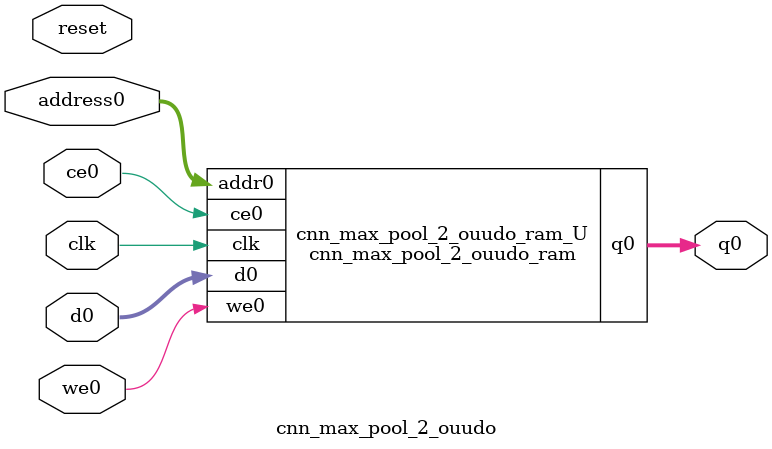
<source format=v>
`timescale 1 ns / 1 ps
module cnn_max_pool_2_ouudo_ram (addr0, ce0, d0, we0, q0,  clk);

parameter DWIDTH = 14;
parameter AWIDTH = 9;
parameter MEM_SIZE = 400;

input[AWIDTH-1:0] addr0;
input ce0;
input[DWIDTH-1:0] d0;
input we0;
output reg[DWIDTH-1:0] q0;
input clk;

(* ram_style = "block" *)reg [DWIDTH-1:0] ram[0:MEM_SIZE-1];




always @(posedge clk)  
begin 
    if (ce0) 
    begin
        if (we0) 
        begin 
            ram[addr0] <= d0; 
        end 
        q0 <= ram[addr0];
    end
end


endmodule

`timescale 1 ns / 1 ps
module cnn_max_pool_2_ouudo(
    reset,
    clk,
    address0,
    ce0,
    we0,
    d0,
    q0);

parameter DataWidth = 32'd14;
parameter AddressRange = 32'd400;
parameter AddressWidth = 32'd9;
input reset;
input clk;
input[AddressWidth - 1:0] address0;
input ce0;
input we0;
input[DataWidth - 1:0] d0;
output[DataWidth - 1:0] q0;



cnn_max_pool_2_ouudo_ram cnn_max_pool_2_ouudo_ram_U(
    .clk( clk ),
    .addr0( address0 ),
    .ce0( ce0 ),
    .we0( we0 ),
    .d0( d0 ),
    .q0( q0 ));

endmodule


</source>
